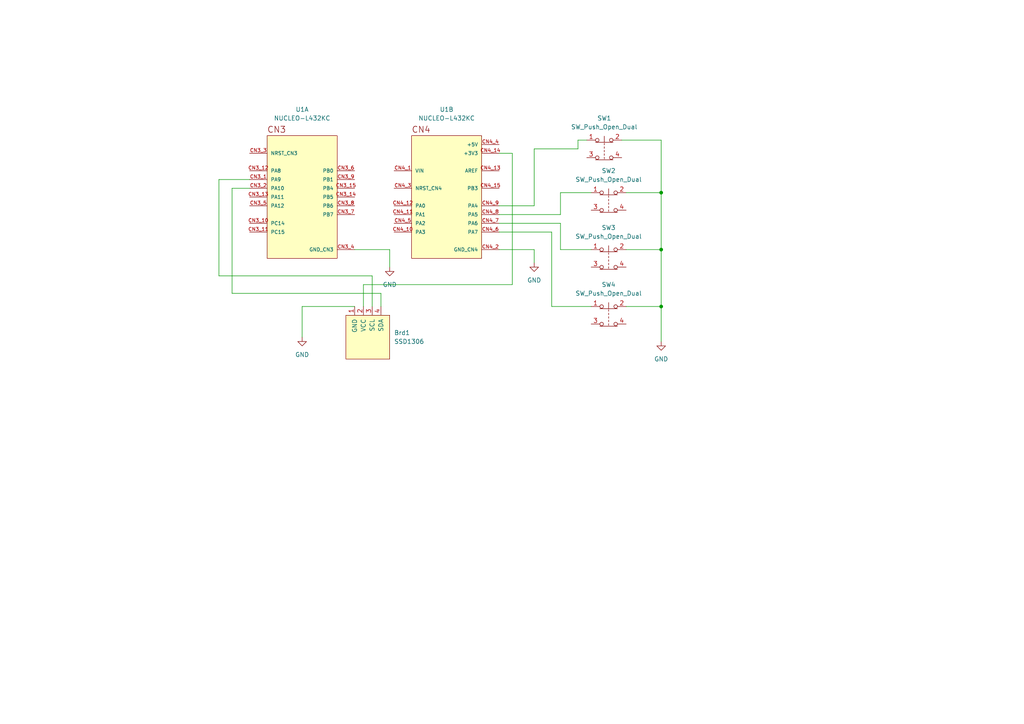
<source format=kicad_sch>
(kicad_sch (version 20230121) (generator eeschema)
  (paper "A4")
  (title_block (title "CV_L4_no_power") (date "2023-08-26") (rev "V01"))
  (lib_symbols
    (symbol "NUCLEO-L432KC:NUCLEO-L432KC" (pin_names (offset 1.016))
      (property "Reference" "U" (at -10.16 21.082 0))
      (property "Value" "NUCLEO-L432KC" (at -10.16 -20.32 0))
      (symbol "NUCLEO-L432KC_1_0"
        (rectangle (start -10.16 -17.78) (end 10.16 17.78) (stroke (width 0.1524)) (fill (type background)))
        (text "CN3" (at -10.16 18.542 0) (effects (font (size 1.778 1.778)) (justify left bottom)))
        (pin bidirectional line (at -15.24 5.08 0) (length 5.08) (name "PA9") (number "CN3_1"))
        (pin bidirectional line (at -15.24 -7.62 0) (length 5.08) (name "PC14") (number "CN3_10"))
        (pin bidirectional line (at -15.24 -10.16 0) (length 5.08) (name "PC15") (number "CN3_11"))
        (pin bidirectional line (at -15.24 7.62 0) (length 5.08) (name "PA8") (number "CN3_12"))
        (pin bidirectional line (at -15.24 0 0) (length 5.08) (name "PA11") (number "CN3_13"))
        (pin bidirectional line (at 15.24 0 180) (length 5.08) (name "PB5") (number "CN3_14"))
        (pin bidirectional line (at 15.24 2.54 180) (length 5.08) (name "PB4") (number "CN3_15"))
        (pin bidirectional line (at -15.24 2.54 0) (length 5.08) (name "PA10") (number "CN3_2"))
        (pin bidirectional line (at -15.24 12.7 0) (length 5.08) (name "NRST_CN3") (number "CN3_3"))
        (pin power_in line (at 15.24 -15.24 180) (length 5.08) (name "GND_CN3") (number "CN3_4"))
        (pin bidirectional line (at -15.24 -2.54 0) (length 5.08) (name "PA12") (number "CN3_5"))
        (pin bidirectional line (at 15.24 7.62 180) (length 5.08) (name "PB0") (number "CN3_6"))
        (pin bidirectional line (at 15.24 -5.08 180) (length 5.08) (name "PB7") (number "CN3_7"))
        (pin bidirectional line (at 15.24 -2.54 180) (length 5.08) (name "PB6") (number "CN3_8"))
        (pin bidirectional line (at 15.24 5.08 180) (length 5.08) (name "PB1") (number "CN3_9"))
      )
      (symbol "NUCLEO-L432KC_2_0"
        (rectangle (start -10.16 -17.78) (end 10.16 17.78) (stroke (width 0.1524)) (fill (type background)))
        (text "CN4" (at -10.16 18.542 0) (effects (font (size 1.778 1.778)) (justify left bottom)))
        (pin input line (at -15.24 7.62 0) (length 5.08) (name "VIN") (number "CN4_1"))
        (pin bidirectional line (at -15.24 -10.16 0) (length 5.08) (name "PA3") (number "CN4_10"))
        (pin bidirectional line (at -15.24 -5.08 0) (length 5.08) (name "PA1") (number "CN4_11"))
        (pin bidirectional line (at -15.24 -2.54 0) (length 5.08) (name "PA0") (number "CN4_12"))
        (pin bidirectional line (at 15.24 7.62 180) (length 5.08) (name "AREF") (number "CN4_13"))
        (pin power_in line (at 15.24 12.7 180) (length 5.08) (name "+3V3") (number "CN4_14"))
        (pin bidirectional line (at 15.24 2.54 180) (length 5.08) (name "PB3") (number "CN4_15"))
        (pin power_in line (at 15.24 -15.24 180) (length 5.08) (name "GND_CN4") (number "CN4_2"))
        (pin bidirectional line (at -15.24 2.54 0) (length 5.08) (name "NRST_CN4") (number "CN4_3"))
        (pin power_in line (at 15.24 15.24 180) (length 5.08) (name "+5V") (number "CN4_4"))
        (pin bidirectional line (at -15.24 -7.62 0) (length 5.08) (name "PA2") (number "CN4_5"))
        (pin bidirectional line (at 15.24 -10.16 180) (length 5.08) (name "PA7") (number "CN4_6"))
        (pin bidirectional line (at 15.24 -7.62 180) (length 5.08) (name "PA6") (number "CN4_7"))
        (pin bidirectional line (at 15.24 -5.08 180) (length 5.08) (name "PA5") (number "CN4_8"))
        (pin bidirectional line (at 15.24 -2.54 180) (length 5.08) (name "PA4") (number "CN4_9"))
      )
    )
    (symbol "SSD1306-128x64_OLED:SSD1306" (pin_names (offset 1.016))
      (property "Reference" "Brd" (at 0 -3.81 0))
      (property "Value" "SSD1306" (at 0 -1.27 0))
      (symbol "SSD1306_0_1"
        (rectangle (start -6.35 6.35) (end 6.35 -6.35) (fill (type background)))
      )
      (symbol "SSD1306_1_1"
        (pin input line (at -3.81 8.89 270) (length 2.54) (name "GND") (number "1"))
        (pin input line (at -1.27 8.89 270) (length 2.54) (name "VCC") (number "2"))
        (pin input line (at 1.27 8.89 270) (length 2.54) (name "SCL") (number "3"))
        (pin input line (at 3.81 8.89 270) (length 2.54) (name "SDA") (number "4"))
      )
    )
    (symbol "Switch:SW_Push_Open_Dual" (pin_names (offset 1.016) hide)
      (property "Reference" "SW" (at 1.27 2.54 0))
      (property "Value" "SW_Push_Open_Dual" (at 0 -6.985 0))
      (symbol "SW_Push_Open_Dual_0_1"
        (circle (center -2.032 -5.08) (radius 0.508))
        (circle (center -2.032 0) (radius 0.508))
        (polyline (pts (xy 0 -4.953) (xy 0 -5.461)))
        (polyline (pts (xy 0 -3.937) (xy 0 -4.445)))
        (polyline (pts (xy 0 -3.429) (xy 0 -2.921)))
        (polyline (pts (xy 0 -2.413) (xy 0 -1.905)))
        (polyline (pts (xy 0 -1.397) (xy 0 -0.889)))
        (polyline (pts (xy 0 -0.635) (xy 0 1.143)))
        (polyline (pts (xy 2.54 -5.715) (xy -2.54 -5.715)))
        (polyline (pts (xy 2.54 -0.635) (xy -2.54 -0.635)))
        (circle (center 2.032 -5.08) (radius 0.508))
        (circle (center 2.032 0) (radius 0.508))
        (pin passive line (at -5.08 0 0) (length 2.54) (name "1") (number "1"))
        (pin passive line (at 5.08 0 180) (length 2.54) (name "2") (number "2"))
        (pin passive line (at -5.08 -5.08 0) (length 2.54) (name "3") (number "3"))
        (pin passive line (at 5.08 -5.08 180) (length 2.54) (name "4") (number "4"))
      )
    )
    (symbol "power:GND" (power) (pin_names (offset 0))
      (property "Value" "GND" (at 0 -3.81 0))
      (symbol "GND_0_1"
        (polyline (pts (xy 0 0) (xy 0 -1.27) (xy 1.27 -1.27) (xy 0 -2.54) (xy -1.27 -1.27) (xy 0 -1.27)))
      )
      (symbol "GND_1_1"
        (pin power_in line (at 0 0 270) (length 0) hide (name "GND") (number "1"))
      )
    )
  )
  (junction (at 191.77 88.9))
  (junction (at 191.77 72.39))
  (junction (at 191.77 55.88))
  (wire (pts (xy 160.02 88.9) (xy 171.45 88.9)))
  (wire (pts (xy 148.59 82.55) (xy 105.41 82.55)))
  (wire (pts (xy 144.78 59.69) (xy 154.94 59.69)))
  (wire (pts (xy 191.77 55.88) (xy 191.77 72.39)))
  (wire (pts (xy 144.78 62.23) (xy 162.56 62.23)))
  (wire (pts (xy 148.59 44.45) (xy 148.59 82.55)))
  (wire (pts (xy 162.56 55.88) (xy 171.45 55.88)))
  (wire (pts (xy 144.78 72.39) (xy 154.94 72.39)))
  (wire (pts (xy 63.5 52.07) (xy 63.5 80.01)))
  (wire (pts (xy 181.61 88.9) (xy 191.77 88.9)))
  (wire (pts (xy 87.63 88.9) (xy 102.87 88.9)))
  (wire (pts (xy 162.56 64.77) (xy 162.56 72.39)))
  (wire (pts (xy 162.56 62.23) (xy 162.56 55.88)))
  (wire (pts (xy 107.95 80.01) (xy 107.95 88.9)))
  (wire (pts (xy 113.03 72.39) (xy 113.03 77.47)))
  (wire (pts (xy 154.94 72.39) (xy 154.94 76.2)))
  (wire (pts (xy 110.49 85.09) (xy 110.49 88.9)))
  (wire (pts (xy 167.64 40.64) (xy 170.18 40.64)))
  (wire (pts (xy 144.78 67.31) (xy 160.02 67.31)))
  (wire (pts (xy 191.77 40.64) (xy 191.77 55.88)))
  (wire (pts (xy 63.5 80.01) (xy 107.95 80.01)))
  (wire (pts (xy 87.63 97.79) (xy 87.63 88.9)))
  (wire (pts (xy 154.94 43.18) (xy 154.94 59.69)))
  (wire (pts (xy 181.61 55.88) (xy 191.77 55.88)))
  (wire (pts (xy 102.87 72.39) (xy 113.03 72.39)))
  (wire (pts (xy 162.56 72.39) (xy 171.45 72.39)))
  (wire (pts (xy 67.31 54.61) (xy 67.31 85.09)))
  (wire (pts (xy 191.77 72.39) (xy 191.77 88.9)))
  (wire (pts (xy 105.41 82.55) (xy 105.41 88.9)))
  (wire (pts (xy 191.77 88.9) (xy 191.77 99.06)))
  (wire (pts (xy 181.61 72.39) (xy 191.77 72.39)))
  (wire (pts (xy 67.31 85.09) (xy 110.49 85.09)))
  (wire (pts (xy 144.78 44.45) (xy 148.59 44.45)))
  (wire (pts (xy 180.34 40.64) (xy 191.77 40.64)))
  (wire (pts (xy 144.78 64.77) (xy 162.56 64.77)))
  (wire (pts (xy 167.64 43.18) (xy 167.64 40.64)))
  (wire (pts (xy 154.94 43.18) (xy 167.64 43.18)))
  (wire (pts (xy 72.39 54.61) (xy 67.31 54.61)))
  (wire (pts (xy 72.39 52.07) (xy 63.5 52.07)))
  (wire (pts (xy 160.02 67.31) (xy 160.02 88.9)))
  (symbol (lib_id "power:GND") (at 154.94 76.2 0) (unit 1)
    (property "Reference" "#PWR03" (effects hide))
    (property "Value" "GND" (at 154.94 81.28 0))
  )
  (symbol (lib_id "Switch:SW_Push_Open_Dual") (at 176.53 72.39 0) (unit 1)
    (property "Reference" "SW3" (at 176.53 66.04 0))
    (property "Value" "SW_Push_Open_Dual" (at 176.53 68.58 0))
    (property "Footprint" "new_footprint:4pins_button" (effects hide))
  )
  (symbol (lib_id "Switch:SW_Push_Open_Dual") (at 176.53 88.9 0) (unit 1)
    (property "Reference" "SW4" (at 176.53 82.55 0))
    (property "Value" "SW_Push_Open_Dual" (at 176.53 85.09 0))
    (property "Footprint" "new_footprint:4pins_button" (effects hide))
  )
  (symbol (lib_id "power:GND") (at 191.77 99.06 0) (unit 1)
    (property "Reference" "#PWR04" (effects hide))
    (property "Value" "GND" (at 191.77 104.14 0))
  )
  (symbol (lib_id "Switch:SW_Push_Open_Dual") (at 176.53 55.88 0) (unit 1)
    (property "Reference" "SW2" (at 176.53 49.53 0))
    (property "Value" "SW_Push_Open_Dual" (at 176.53 52.07 0))
    (property "Footprint" "new_footprint:4pins_button" (effects hide))
  )
  (symbol (lib_id "Switch:SW_Push_Open_Dual") (at 175.26 40.64 0) (unit 1)
    (property "Reference" "SW1" (at 175.26 34.29 0))
    (property "Value" "SW_Push_Open_Dual" (at 175.26 36.83 0))
    (property "Footprint" "new_footprint:4pins_button" (effects hide))
  )
  (symbol (lib_id "power:GND") (at 113.03 77.47 0) (unit 1)
    (property "Reference" "#PWR02" (effects hide))
    (property "Value" "GND" (at 113.03 82.55 0))
  )
  (symbol (lib_id "NUCLEO-L432KC:NUCLEO-L432KC") (at 129.54 57.15 0) (unit 2)
    (property "Reference" "U1" (at 129.54 31.75 0))
    (property "Value" "NUCLEO-L432KC" (at 129.54 34.29 0))
    (property "Footprint" "NUCLEO-L432KC:MODULE_NUCLEO-L432KC" (effects hide))
    (property "MF" "STMicroelectronics" (effects hide))
    (property "MAXIMUM_PACKAGE_HEIGHT" "N/A" (effects hide))
    (property "Package" "None" (effects hide))
    (property "Price" "None" (effects hide))
    (property "Check_prices" "https://www.snapeda.com/parts/NUCLEO-L432KC/STMicroelectronics/view-part/?ref=eda" (effects hide))
    (property "STANDARD" "Manufacturer Recommendations" (effects hide))
    (property "PARTREV" "N/A" (effects hide))
    (property "SnapEDA_Link" "https://www.snapeda.com/parts/NUCLEO-L432KC/STMicroelectronics/view-part/?ref=snap" (effects hide))
    (property "MP" "NUCLEO-L432KC" (effects hide))
    (property "Purchase-URL" "https://pricing.snapeda.com/search?q=NUCLEO-L432KC&ref=eda" (effects hide))
    (property "Description" "\nSTM32L432KC, mbed-Enabled Development Nucleo-32 STM32L4 ARM® Cortex®-M4 MCU 32-Bit Embedded Evaluation Board\n" (effects hide))
    (property "Availability" "In Stock" (effects hide))
    (property "MANUFACTURER" "ST Microelectronics" (effects hide))
  )
  (symbol (lib_id "power:GND") (at 87.63 97.79 0) (unit 1)
    (property "Reference" "#PWR01" (effects hide))
    (property "Value" "GND" (at 87.63 102.87 0))
  )
  (symbol (lib_id "SSD1306-128x64_OLED:SSD1306") (at 106.68 97.79 0) (unit 1)
    (property "Reference" "Brd1" (at 114.3 96.52 0) (effects (justify left)))
    (property "Value" "SSD1306" (at 114.3 99.06 0) (effects (justify left)))
    (property "Footprint" "SSD1306:128x64OLED" (effects hide))
  )
  (symbol (lib_id "NUCLEO-L432KC:NUCLEO-L432KC") (at 87.63 57.15 0) (unit 1)
    (property "Reference" "U1" (at 87.63 31.75 0))
    (property "Value" "NUCLEO-L432KC" (at 87.63 34.29 0))
    (property "Footprint" "NUCLEO-L432KC:MODULE_NUCLEO-L432KC" (effects hide))
    (property "MF" "STMicroelectronics" (effects hide))
    (property "MAXIMUM_PACKAGE_HEIGHT" "N/A" (effects hide))
    (property "Package" "None" (effects hide))
    (property "Price" "None" (effects hide))
    (property "Check_prices" "https://www.snapeda.com/parts/NUCLEO-L432KC/STMicroelectronics/view-part/?ref=eda" (effects hide))
    (property "STANDARD" "Manufacturer Recommendations" (effects hide))
    (property "PARTREV" "N/A" (effects hide))
    (property "SnapEDA_Link" "https://www.snapeda.com/parts/NUCLEO-L432KC/STMicroelectronics/view-part/?ref=snap" (effects hide))
    (property "MP" "NUCLEO-L432KC" (effects hide))
    (property "Purchase-URL" "https://pricing.snapeda.com/search?q=NUCLEO-L432KC&ref=eda" (effects hide))
    (property "Description" "\nSTM32L432KC, mbed-Enabled Development Nucleo-32 STM32L4 ARM® Cortex®-M4 MCU 32-Bit Embedded Evaluation Board\n" (effects hide))
    (property "Availability" "In Stock" (effects hide))
    (property "MANUFACTURER" "ST Microelectronics" (effects hide))
  )
)
</source>
